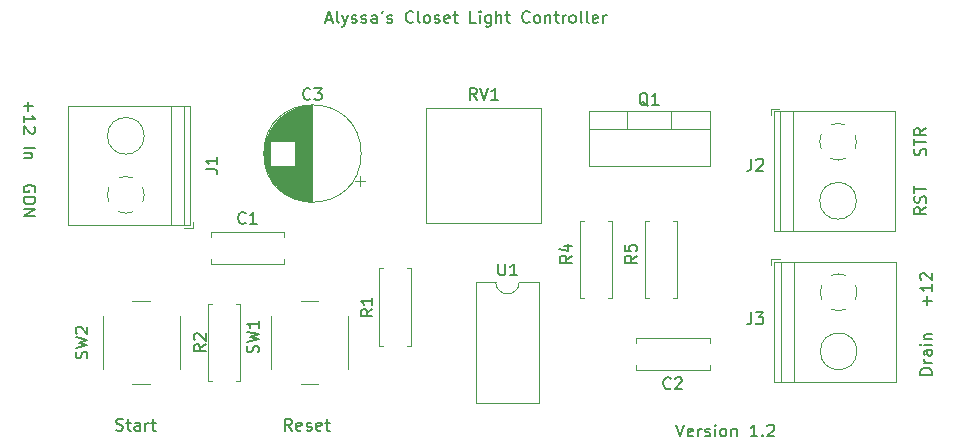
<source format=gbr>
%TF.GenerationSoftware,KiCad,Pcbnew,(6.0.8)*%
%TF.CreationDate,2022-12-14T21:59:04-06:00*%
%TF.ProjectId,Closet Light with timmer,436c6f73-6574-4204-9c69-676874207769,rev?*%
%TF.SameCoordinates,Original*%
%TF.FileFunction,Legend,Top*%
%TF.FilePolarity,Positive*%
%FSLAX46Y46*%
G04 Gerber Fmt 4.6, Leading zero omitted, Abs format (unit mm)*
G04 Created by KiCad (PCBNEW (6.0.8)) date 2022-12-14 21:59:04*
%MOMM*%
%LPD*%
G01*
G04 APERTURE LIST*
%ADD10C,0.150000*%
%ADD11C,0.120000*%
G04 APERTURE END LIST*
D10*
X32428571Y-31595238D02*
X32428571Y-32357142D01*
X32047619Y-31976190D02*
X32809523Y-31976190D01*
X32047619Y-33357142D02*
X32047619Y-32785714D01*
X32047619Y-33071428D02*
X33047619Y-33071428D01*
X32904761Y-32976190D01*
X32809523Y-32880952D01*
X32761904Y-32785714D01*
X32952380Y-33738095D02*
X33000000Y-33785714D01*
X33047619Y-33880952D01*
X33047619Y-34119047D01*
X33000000Y-34214285D01*
X32952380Y-34261904D01*
X32857142Y-34309523D01*
X32761904Y-34309523D01*
X32619047Y-34261904D01*
X32047619Y-33690476D01*
X32047619Y-34309523D01*
X32047619Y-35500000D02*
X33047619Y-35500000D01*
X32714285Y-35976190D02*
X32047619Y-35976190D01*
X32619047Y-35976190D02*
X32666666Y-36023809D01*
X32714285Y-36119047D01*
X32714285Y-36261904D01*
X32666666Y-36357142D01*
X32571428Y-36404761D01*
X32047619Y-36404761D01*
X57690476Y-24666666D02*
X58166666Y-24666666D01*
X57595238Y-24952380D02*
X57928571Y-23952380D01*
X58261904Y-24952380D01*
X58738095Y-24952380D02*
X58642857Y-24904761D01*
X58595238Y-24809523D01*
X58595238Y-23952380D01*
X59023809Y-24285714D02*
X59261904Y-24952380D01*
X59499999Y-24285714D02*
X59261904Y-24952380D01*
X59166666Y-25190476D01*
X59119047Y-25238095D01*
X59023809Y-25285714D01*
X59833333Y-24904761D02*
X59928571Y-24952380D01*
X60119047Y-24952380D01*
X60214285Y-24904761D01*
X60261904Y-24809523D01*
X60261904Y-24761904D01*
X60214285Y-24666666D01*
X60119047Y-24619047D01*
X59976190Y-24619047D01*
X59880952Y-24571428D01*
X59833333Y-24476190D01*
X59833333Y-24428571D01*
X59880952Y-24333333D01*
X59976190Y-24285714D01*
X60119047Y-24285714D01*
X60214285Y-24333333D01*
X60642857Y-24904761D02*
X60738095Y-24952380D01*
X60928571Y-24952380D01*
X61023809Y-24904761D01*
X61071428Y-24809523D01*
X61071428Y-24761904D01*
X61023809Y-24666666D01*
X60928571Y-24619047D01*
X60785714Y-24619047D01*
X60690476Y-24571428D01*
X60642857Y-24476190D01*
X60642857Y-24428571D01*
X60690476Y-24333333D01*
X60785714Y-24285714D01*
X60928571Y-24285714D01*
X61023809Y-24333333D01*
X61928571Y-24952380D02*
X61928571Y-24428571D01*
X61880952Y-24333333D01*
X61785714Y-24285714D01*
X61595238Y-24285714D01*
X61499999Y-24333333D01*
X61928571Y-24904761D02*
X61833333Y-24952380D01*
X61595238Y-24952380D01*
X61499999Y-24904761D01*
X61452380Y-24809523D01*
X61452380Y-24714285D01*
X61499999Y-24619047D01*
X61595238Y-24571428D01*
X61833333Y-24571428D01*
X61928571Y-24523809D01*
X62452380Y-23952380D02*
X62357142Y-24142857D01*
X62833333Y-24904761D02*
X62928571Y-24952380D01*
X63119047Y-24952380D01*
X63214285Y-24904761D01*
X63261904Y-24809523D01*
X63261904Y-24761904D01*
X63214285Y-24666666D01*
X63119047Y-24619047D01*
X62976190Y-24619047D01*
X62880952Y-24571428D01*
X62833333Y-24476190D01*
X62833333Y-24428571D01*
X62880952Y-24333333D01*
X62976190Y-24285714D01*
X63119047Y-24285714D01*
X63214285Y-24333333D01*
X65023809Y-24857142D02*
X64976190Y-24904761D01*
X64833333Y-24952380D01*
X64738095Y-24952380D01*
X64595238Y-24904761D01*
X64499999Y-24809523D01*
X64452380Y-24714285D01*
X64404761Y-24523809D01*
X64404761Y-24380952D01*
X64452380Y-24190476D01*
X64499999Y-24095238D01*
X64595238Y-24000000D01*
X64738095Y-23952380D01*
X64833333Y-23952380D01*
X64976190Y-24000000D01*
X65023809Y-24047619D01*
X65595238Y-24952380D02*
X65499999Y-24904761D01*
X65452380Y-24809523D01*
X65452380Y-23952380D01*
X66119047Y-24952380D02*
X66023809Y-24904761D01*
X65976190Y-24857142D01*
X65928571Y-24761904D01*
X65928571Y-24476190D01*
X65976190Y-24380952D01*
X66023809Y-24333333D01*
X66119047Y-24285714D01*
X66261904Y-24285714D01*
X66357142Y-24333333D01*
X66404761Y-24380952D01*
X66452380Y-24476190D01*
X66452380Y-24761904D01*
X66404761Y-24857142D01*
X66357142Y-24904761D01*
X66261904Y-24952380D01*
X66119047Y-24952380D01*
X66833333Y-24904761D02*
X66928571Y-24952380D01*
X67119047Y-24952380D01*
X67214285Y-24904761D01*
X67261904Y-24809523D01*
X67261904Y-24761904D01*
X67214285Y-24666666D01*
X67119047Y-24619047D01*
X66976190Y-24619047D01*
X66880952Y-24571428D01*
X66833333Y-24476190D01*
X66833333Y-24428571D01*
X66880952Y-24333333D01*
X66976190Y-24285714D01*
X67119047Y-24285714D01*
X67214285Y-24333333D01*
X68071428Y-24904761D02*
X67976190Y-24952380D01*
X67785714Y-24952380D01*
X67690476Y-24904761D01*
X67642857Y-24809523D01*
X67642857Y-24428571D01*
X67690476Y-24333333D01*
X67785714Y-24285714D01*
X67976190Y-24285714D01*
X68071428Y-24333333D01*
X68119047Y-24428571D01*
X68119047Y-24523809D01*
X67642857Y-24619047D01*
X68404761Y-24285714D02*
X68785714Y-24285714D01*
X68547619Y-23952380D02*
X68547619Y-24809523D01*
X68595238Y-24904761D01*
X68690476Y-24952380D01*
X68785714Y-24952380D01*
X70357142Y-24952380D02*
X69880952Y-24952380D01*
X69880952Y-23952380D01*
X70690476Y-24952380D02*
X70690476Y-24285714D01*
X70690476Y-23952380D02*
X70642857Y-24000000D01*
X70690476Y-24047619D01*
X70738095Y-24000000D01*
X70690476Y-23952380D01*
X70690476Y-24047619D01*
X71595238Y-24285714D02*
X71595238Y-25095238D01*
X71547619Y-25190476D01*
X71499999Y-25238095D01*
X71404761Y-25285714D01*
X71261904Y-25285714D01*
X71166666Y-25238095D01*
X71595238Y-24904761D02*
X71499999Y-24952380D01*
X71309523Y-24952380D01*
X71214285Y-24904761D01*
X71166666Y-24857142D01*
X71119047Y-24761904D01*
X71119047Y-24476190D01*
X71166666Y-24380952D01*
X71214285Y-24333333D01*
X71309523Y-24285714D01*
X71499999Y-24285714D01*
X71595238Y-24333333D01*
X72071428Y-24952380D02*
X72071428Y-23952380D01*
X72499999Y-24952380D02*
X72499999Y-24428571D01*
X72452380Y-24333333D01*
X72357142Y-24285714D01*
X72214285Y-24285714D01*
X72119047Y-24333333D01*
X72071428Y-24380952D01*
X72833333Y-24285714D02*
X73214285Y-24285714D01*
X72976190Y-23952380D02*
X72976190Y-24809523D01*
X73023809Y-24904761D01*
X73119047Y-24952380D01*
X73214285Y-24952380D01*
X74880952Y-24857142D02*
X74833333Y-24904761D01*
X74690476Y-24952380D01*
X74595238Y-24952380D01*
X74452380Y-24904761D01*
X74357142Y-24809523D01*
X74309523Y-24714285D01*
X74261904Y-24523809D01*
X74261904Y-24380952D01*
X74309523Y-24190476D01*
X74357142Y-24095238D01*
X74452380Y-24000000D01*
X74595238Y-23952380D01*
X74690476Y-23952380D01*
X74833333Y-24000000D01*
X74880952Y-24047619D01*
X75452380Y-24952380D02*
X75357142Y-24904761D01*
X75309523Y-24857142D01*
X75261904Y-24761904D01*
X75261904Y-24476190D01*
X75309523Y-24380952D01*
X75357142Y-24333333D01*
X75452380Y-24285714D01*
X75595238Y-24285714D01*
X75690476Y-24333333D01*
X75738095Y-24380952D01*
X75785714Y-24476190D01*
X75785714Y-24761904D01*
X75738095Y-24857142D01*
X75690476Y-24904761D01*
X75595238Y-24952380D01*
X75452380Y-24952380D01*
X76214285Y-24285714D02*
X76214285Y-24952380D01*
X76214285Y-24380952D02*
X76261904Y-24333333D01*
X76357142Y-24285714D01*
X76499999Y-24285714D01*
X76595238Y-24333333D01*
X76642857Y-24428571D01*
X76642857Y-24952380D01*
X76976190Y-24285714D02*
X77357142Y-24285714D01*
X77119047Y-23952380D02*
X77119047Y-24809523D01*
X77166666Y-24904761D01*
X77261904Y-24952380D01*
X77357142Y-24952380D01*
X77690476Y-24952380D02*
X77690476Y-24285714D01*
X77690476Y-24476190D02*
X77738095Y-24380952D01*
X77785714Y-24333333D01*
X77880952Y-24285714D01*
X77976190Y-24285714D01*
X78452380Y-24952380D02*
X78357142Y-24904761D01*
X78309523Y-24857142D01*
X78261904Y-24761904D01*
X78261904Y-24476190D01*
X78309523Y-24380952D01*
X78357142Y-24333333D01*
X78452380Y-24285714D01*
X78595238Y-24285714D01*
X78690476Y-24333333D01*
X78738095Y-24380952D01*
X78785714Y-24476190D01*
X78785714Y-24761904D01*
X78738095Y-24857142D01*
X78690476Y-24904761D01*
X78595238Y-24952380D01*
X78452380Y-24952380D01*
X79357142Y-24952380D02*
X79261904Y-24904761D01*
X79214285Y-24809523D01*
X79214285Y-23952380D01*
X79880952Y-24952380D02*
X79785714Y-24904761D01*
X79738095Y-24809523D01*
X79738095Y-23952380D01*
X80642857Y-24904761D02*
X80547619Y-24952380D01*
X80357142Y-24952380D01*
X80261904Y-24904761D01*
X80214285Y-24809523D01*
X80214285Y-24428571D01*
X80261904Y-24333333D01*
X80357142Y-24285714D01*
X80547619Y-24285714D01*
X80642857Y-24333333D01*
X80690476Y-24428571D01*
X80690476Y-24523809D01*
X80214285Y-24619047D01*
X81119047Y-24952380D02*
X81119047Y-24285714D01*
X81119047Y-24476190D02*
X81166666Y-24380952D01*
X81214285Y-24333333D01*
X81309523Y-24285714D01*
X81404761Y-24285714D01*
X87309523Y-58952380D02*
X87642857Y-59952380D01*
X87976190Y-58952380D01*
X88690476Y-59904761D02*
X88595238Y-59952380D01*
X88404761Y-59952380D01*
X88309523Y-59904761D01*
X88261904Y-59809523D01*
X88261904Y-59428571D01*
X88309523Y-59333333D01*
X88404761Y-59285714D01*
X88595238Y-59285714D01*
X88690476Y-59333333D01*
X88738095Y-59428571D01*
X88738095Y-59523809D01*
X88261904Y-59619047D01*
X89166666Y-59952380D02*
X89166666Y-59285714D01*
X89166666Y-59476190D02*
X89214285Y-59380952D01*
X89261904Y-59333333D01*
X89357142Y-59285714D01*
X89452380Y-59285714D01*
X89738095Y-59904761D02*
X89833333Y-59952380D01*
X90023809Y-59952380D01*
X90119047Y-59904761D01*
X90166666Y-59809523D01*
X90166666Y-59761904D01*
X90119047Y-59666666D01*
X90023809Y-59619047D01*
X89880952Y-59619047D01*
X89785714Y-59571428D01*
X89738095Y-59476190D01*
X89738095Y-59428571D01*
X89785714Y-59333333D01*
X89880952Y-59285714D01*
X90023809Y-59285714D01*
X90119047Y-59333333D01*
X90595238Y-59952380D02*
X90595238Y-59285714D01*
X90595238Y-58952380D02*
X90547619Y-59000000D01*
X90595238Y-59047619D01*
X90642857Y-59000000D01*
X90595238Y-58952380D01*
X90595238Y-59047619D01*
X91214285Y-59952380D02*
X91119047Y-59904761D01*
X91071428Y-59857142D01*
X91023809Y-59761904D01*
X91023809Y-59476190D01*
X91071428Y-59380952D01*
X91119047Y-59333333D01*
X91214285Y-59285714D01*
X91357142Y-59285714D01*
X91452380Y-59333333D01*
X91500000Y-59380952D01*
X91547619Y-59476190D01*
X91547619Y-59761904D01*
X91500000Y-59857142D01*
X91452380Y-59904761D01*
X91357142Y-59952380D01*
X91214285Y-59952380D01*
X91976190Y-59285714D02*
X91976190Y-59952380D01*
X91976190Y-59380952D02*
X92023809Y-59333333D01*
X92119047Y-59285714D01*
X92261904Y-59285714D01*
X92357142Y-59333333D01*
X92404761Y-59428571D01*
X92404761Y-59952380D01*
X94166666Y-59952380D02*
X93595238Y-59952380D01*
X93880952Y-59952380D02*
X93880952Y-58952380D01*
X93785714Y-59095238D01*
X93690476Y-59190476D01*
X93595238Y-59238095D01*
X94595238Y-59857142D02*
X94642857Y-59904761D01*
X94595238Y-59952380D01*
X94547619Y-59904761D01*
X94595238Y-59857142D01*
X94595238Y-59952380D01*
X95023809Y-59047619D02*
X95071428Y-59000000D01*
X95166666Y-58952380D01*
X95404761Y-58952380D01*
X95500000Y-59000000D01*
X95547619Y-59047619D01*
X95595238Y-59142857D01*
X95595238Y-59238095D01*
X95547619Y-59380952D01*
X94976190Y-59952380D01*
X95595238Y-59952380D01*
X108571428Y-48833333D02*
X108571428Y-48071428D01*
X108952380Y-48452380D02*
X108190476Y-48452380D01*
X108952380Y-47071428D02*
X108952380Y-47642857D01*
X108952380Y-47357142D02*
X107952380Y-47357142D01*
X108095238Y-47452380D01*
X108190476Y-47547619D01*
X108238095Y-47642857D01*
X108047619Y-46690476D02*
X108000000Y-46642857D01*
X107952380Y-46547619D01*
X107952380Y-46309523D01*
X108000000Y-46214285D01*
X108047619Y-46166666D01*
X108142857Y-46119047D01*
X108238095Y-46119047D01*
X108380952Y-46166666D01*
X108952380Y-46738095D01*
X108952380Y-46119047D01*
X33000000Y-39238095D02*
X33047619Y-39142857D01*
X33047619Y-39000000D01*
X33000000Y-38857142D01*
X32904761Y-38761904D01*
X32809523Y-38714285D01*
X32619047Y-38666666D01*
X32476190Y-38666666D01*
X32285714Y-38714285D01*
X32190476Y-38761904D01*
X32095238Y-38857142D01*
X32047619Y-39000000D01*
X32047619Y-39095238D01*
X32095238Y-39238095D01*
X32142857Y-39285714D01*
X32476190Y-39285714D01*
X32476190Y-39095238D01*
X32047619Y-39714285D02*
X33047619Y-39714285D01*
X33047619Y-39952380D01*
X33000000Y-40095238D01*
X32904761Y-40190476D01*
X32809523Y-40238095D01*
X32619047Y-40285714D01*
X32476190Y-40285714D01*
X32285714Y-40238095D01*
X32190476Y-40190476D01*
X32095238Y-40095238D01*
X32047619Y-39952380D01*
X32047619Y-39714285D01*
X32047619Y-40714285D02*
X33047619Y-40714285D01*
X32047619Y-41285714D01*
X33047619Y-41285714D01*
X108452380Y-40547619D02*
X107976190Y-40880952D01*
X108452380Y-41119047D02*
X107452380Y-41119047D01*
X107452380Y-40738095D01*
X107500000Y-40642857D01*
X107547619Y-40595238D01*
X107642857Y-40547619D01*
X107785714Y-40547619D01*
X107880952Y-40595238D01*
X107928571Y-40642857D01*
X107976190Y-40738095D01*
X107976190Y-41119047D01*
X108404761Y-40166666D02*
X108452380Y-40023809D01*
X108452380Y-39785714D01*
X108404761Y-39690476D01*
X108357142Y-39642857D01*
X108261904Y-39595238D01*
X108166666Y-39595238D01*
X108071428Y-39642857D01*
X108023809Y-39690476D01*
X107976190Y-39785714D01*
X107928571Y-39976190D01*
X107880952Y-40071428D01*
X107833333Y-40119047D01*
X107738095Y-40166666D01*
X107642857Y-40166666D01*
X107547619Y-40119047D01*
X107500000Y-40071428D01*
X107452380Y-39976190D01*
X107452380Y-39738095D01*
X107500000Y-39595238D01*
X107452380Y-39309523D02*
X107452380Y-38738095D01*
X108452380Y-39023809D02*
X107452380Y-39023809D01*
X39880952Y-59404761D02*
X40023809Y-59452380D01*
X40261904Y-59452380D01*
X40357142Y-59404761D01*
X40404761Y-59357142D01*
X40452380Y-59261904D01*
X40452380Y-59166666D01*
X40404761Y-59071428D01*
X40357142Y-59023809D01*
X40261904Y-58976190D01*
X40071428Y-58928571D01*
X39976190Y-58880952D01*
X39928571Y-58833333D01*
X39880952Y-58738095D01*
X39880952Y-58642857D01*
X39928571Y-58547619D01*
X39976190Y-58500000D01*
X40071428Y-58452380D01*
X40309523Y-58452380D01*
X40452380Y-58500000D01*
X40738095Y-58785714D02*
X41119047Y-58785714D01*
X40880952Y-58452380D02*
X40880952Y-59309523D01*
X40928571Y-59404761D01*
X41023809Y-59452380D01*
X41119047Y-59452380D01*
X41880952Y-59452380D02*
X41880952Y-58928571D01*
X41833333Y-58833333D01*
X41738095Y-58785714D01*
X41547619Y-58785714D01*
X41452380Y-58833333D01*
X41880952Y-59404761D02*
X41785714Y-59452380D01*
X41547619Y-59452380D01*
X41452380Y-59404761D01*
X41404761Y-59309523D01*
X41404761Y-59214285D01*
X41452380Y-59119047D01*
X41547619Y-59071428D01*
X41785714Y-59071428D01*
X41880952Y-59023809D01*
X42357142Y-59452380D02*
X42357142Y-58785714D01*
X42357142Y-58976190D02*
X42404761Y-58880952D01*
X42452380Y-58833333D01*
X42547619Y-58785714D01*
X42642857Y-58785714D01*
X42833333Y-58785714D02*
X43214285Y-58785714D01*
X42976190Y-58452380D02*
X42976190Y-59309523D01*
X43023809Y-59404761D01*
X43119047Y-59452380D01*
X43214285Y-59452380D01*
X108404761Y-36166666D02*
X108452380Y-36023809D01*
X108452380Y-35785714D01*
X108404761Y-35690476D01*
X108357142Y-35642857D01*
X108261904Y-35595238D01*
X108166666Y-35595238D01*
X108071428Y-35642857D01*
X108023809Y-35690476D01*
X107976190Y-35785714D01*
X107928571Y-35976190D01*
X107880952Y-36071428D01*
X107833333Y-36119047D01*
X107738095Y-36166666D01*
X107642857Y-36166666D01*
X107547619Y-36119047D01*
X107500000Y-36071428D01*
X107452380Y-35976190D01*
X107452380Y-35738095D01*
X107500000Y-35595238D01*
X107452380Y-35309523D02*
X107452380Y-34738095D01*
X108452380Y-35023809D02*
X107452380Y-35023809D01*
X108452380Y-33833333D02*
X107976190Y-34166666D01*
X108452380Y-34404761D02*
X107452380Y-34404761D01*
X107452380Y-34023809D01*
X107500000Y-33928571D01*
X107547619Y-33880952D01*
X107642857Y-33833333D01*
X107785714Y-33833333D01*
X107880952Y-33880952D01*
X107928571Y-33928571D01*
X107976190Y-34023809D01*
X107976190Y-34404761D01*
X108952380Y-54714285D02*
X107952380Y-54714285D01*
X107952380Y-54476190D01*
X108000000Y-54333333D01*
X108095238Y-54238095D01*
X108190476Y-54190476D01*
X108380952Y-54142857D01*
X108523809Y-54142857D01*
X108714285Y-54190476D01*
X108809523Y-54238095D01*
X108904761Y-54333333D01*
X108952380Y-54476190D01*
X108952380Y-54714285D01*
X108952380Y-53714285D02*
X108285714Y-53714285D01*
X108476190Y-53714285D02*
X108380952Y-53666666D01*
X108333333Y-53619047D01*
X108285714Y-53523809D01*
X108285714Y-53428571D01*
X108952380Y-52666666D02*
X108428571Y-52666666D01*
X108333333Y-52714285D01*
X108285714Y-52809523D01*
X108285714Y-53000000D01*
X108333333Y-53095238D01*
X108904761Y-52666666D02*
X108952380Y-52761904D01*
X108952380Y-53000000D01*
X108904761Y-53095238D01*
X108809523Y-53142857D01*
X108714285Y-53142857D01*
X108619047Y-53095238D01*
X108571428Y-53000000D01*
X108571428Y-52761904D01*
X108523809Y-52666666D01*
X108952380Y-52190476D02*
X108285714Y-52190476D01*
X107952380Y-52190476D02*
X108000000Y-52238095D01*
X108047619Y-52190476D01*
X108000000Y-52142857D01*
X107952380Y-52190476D01*
X108047619Y-52190476D01*
X108285714Y-51714285D02*
X108952380Y-51714285D01*
X108380952Y-51714285D02*
X108333333Y-51666666D01*
X108285714Y-51571428D01*
X108285714Y-51428571D01*
X108333333Y-51333333D01*
X108428571Y-51285714D01*
X108952380Y-51285714D01*
X54761904Y-59452380D02*
X54428571Y-58976190D01*
X54190476Y-59452380D02*
X54190476Y-58452380D01*
X54571428Y-58452380D01*
X54666666Y-58500000D01*
X54714285Y-58547619D01*
X54761904Y-58642857D01*
X54761904Y-58785714D01*
X54714285Y-58880952D01*
X54666666Y-58928571D01*
X54571428Y-58976190D01*
X54190476Y-58976190D01*
X55571428Y-59404761D02*
X55476190Y-59452380D01*
X55285714Y-59452380D01*
X55190476Y-59404761D01*
X55142857Y-59309523D01*
X55142857Y-58928571D01*
X55190476Y-58833333D01*
X55285714Y-58785714D01*
X55476190Y-58785714D01*
X55571428Y-58833333D01*
X55619047Y-58928571D01*
X55619047Y-59023809D01*
X55142857Y-59119047D01*
X56000000Y-59404761D02*
X56095238Y-59452380D01*
X56285714Y-59452380D01*
X56380952Y-59404761D01*
X56428571Y-59309523D01*
X56428571Y-59261904D01*
X56380952Y-59166666D01*
X56285714Y-59119047D01*
X56142857Y-59119047D01*
X56047619Y-59071428D01*
X56000000Y-58976190D01*
X56000000Y-58928571D01*
X56047619Y-58833333D01*
X56142857Y-58785714D01*
X56285714Y-58785714D01*
X56380952Y-58833333D01*
X57238095Y-59404761D02*
X57142857Y-59452380D01*
X56952380Y-59452380D01*
X56857142Y-59404761D01*
X56809523Y-59309523D01*
X56809523Y-58928571D01*
X56857142Y-58833333D01*
X56952380Y-58785714D01*
X57142857Y-58785714D01*
X57238095Y-58833333D01*
X57285714Y-58928571D01*
X57285714Y-59023809D01*
X56809523Y-59119047D01*
X57571428Y-58785714D02*
X57952380Y-58785714D01*
X57714285Y-58452380D02*
X57714285Y-59309523D01*
X57761904Y-59404761D01*
X57857142Y-59452380D01*
X57952380Y-59452380D01*
%TO.C,SW2*%
X37404761Y-53333333D02*
X37452380Y-53190476D01*
X37452380Y-52952380D01*
X37404761Y-52857142D01*
X37357142Y-52809523D01*
X37261904Y-52761904D01*
X37166666Y-52761904D01*
X37071428Y-52809523D01*
X37023809Y-52857142D01*
X36976190Y-52952380D01*
X36928571Y-53142857D01*
X36880952Y-53238095D01*
X36833333Y-53285714D01*
X36738095Y-53333333D01*
X36642857Y-53333333D01*
X36547619Y-53285714D01*
X36500000Y-53238095D01*
X36452380Y-53142857D01*
X36452380Y-52904761D01*
X36500000Y-52761904D01*
X36452380Y-52428571D02*
X37452380Y-52190476D01*
X36738095Y-52000000D01*
X37452380Y-51809523D01*
X36452380Y-51571428D01*
X36547619Y-51238095D02*
X36500000Y-51190476D01*
X36452380Y-51095238D01*
X36452380Y-50857142D01*
X36500000Y-50761904D01*
X36547619Y-50714285D01*
X36642857Y-50666666D01*
X36738095Y-50666666D01*
X36880952Y-50714285D01*
X37452380Y-51285714D01*
X37452380Y-50666666D01*
%TO.C,J1*%
X47452380Y-37333333D02*
X48166666Y-37333333D01*
X48309523Y-37380952D01*
X48404761Y-37476190D01*
X48452380Y-37619047D01*
X48452380Y-37714285D01*
X48452380Y-36333333D02*
X48452380Y-36904761D01*
X48452380Y-36619047D02*
X47452380Y-36619047D01*
X47595238Y-36714285D01*
X47690476Y-36809523D01*
X47738095Y-36904761D01*
%TO.C,Q1*%
X84904761Y-31972619D02*
X84809523Y-31925000D01*
X84714285Y-31829761D01*
X84571428Y-31686904D01*
X84476190Y-31639285D01*
X84380952Y-31639285D01*
X84428571Y-31877380D02*
X84333333Y-31829761D01*
X84238095Y-31734523D01*
X84190476Y-31544047D01*
X84190476Y-31210714D01*
X84238095Y-31020238D01*
X84333333Y-30925000D01*
X84428571Y-30877380D01*
X84619047Y-30877380D01*
X84714285Y-30925000D01*
X84809523Y-31020238D01*
X84857142Y-31210714D01*
X84857142Y-31544047D01*
X84809523Y-31734523D01*
X84714285Y-31829761D01*
X84619047Y-31877380D01*
X84428571Y-31877380D01*
X85809523Y-31877380D02*
X85238095Y-31877380D01*
X85523809Y-31877380D02*
X85523809Y-30877380D01*
X85428571Y-31020238D01*
X85333333Y-31115476D01*
X85238095Y-31163095D01*
%TO.C,U1*%
X72248095Y-45322380D02*
X72248095Y-46131904D01*
X72295714Y-46227142D01*
X72343333Y-46274761D01*
X72438571Y-46322380D01*
X72629047Y-46322380D01*
X72724285Y-46274761D01*
X72771904Y-46227142D01*
X72819523Y-46131904D01*
X72819523Y-45322380D01*
X73819523Y-46322380D02*
X73248095Y-46322380D01*
X73533809Y-46322380D02*
X73533809Y-45322380D01*
X73438571Y-45465238D01*
X73343333Y-45560476D01*
X73248095Y-45608095D01*
%TO.C,R5*%
X83952380Y-44666666D02*
X83476190Y-45000000D01*
X83952380Y-45238095D02*
X82952380Y-45238095D01*
X82952380Y-44857142D01*
X83000000Y-44761904D01*
X83047619Y-44714285D01*
X83142857Y-44666666D01*
X83285714Y-44666666D01*
X83380952Y-44714285D01*
X83428571Y-44761904D01*
X83476190Y-44857142D01*
X83476190Y-45238095D01*
X82952380Y-43761904D02*
X82952380Y-44238095D01*
X83428571Y-44285714D01*
X83380952Y-44238095D01*
X83333333Y-44142857D01*
X83333333Y-43904761D01*
X83380952Y-43809523D01*
X83428571Y-43761904D01*
X83523809Y-43714285D01*
X83761904Y-43714285D01*
X83857142Y-43761904D01*
X83904761Y-43809523D01*
X83952380Y-43904761D01*
X83952380Y-44142857D01*
X83904761Y-44238095D01*
X83857142Y-44285714D01*
%TO.C,C2*%
X86833333Y-55857142D02*
X86785714Y-55904761D01*
X86642857Y-55952380D01*
X86547619Y-55952380D01*
X86404761Y-55904761D01*
X86309523Y-55809523D01*
X86261904Y-55714285D01*
X86214285Y-55523809D01*
X86214285Y-55380952D01*
X86261904Y-55190476D01*
X86309523Y-55095238D01*
X86404761Y-55000000D01*
X86547619Y-54952380D01*
X86642857Y-54952380D01*
X86785714Y-55000000D01*
X86833333Y-55047619D01*
X87214285Y-55047619D02*
X87261904Y-55000000D01*
X87357142Y-54952380D01*
X87595238Y-54952380D01*
X87690476Y-55000000D01*
X87738095Y-55047619D01*
X87785714Y-55142857D01*
X87785714Y-55238095D01*
X87738095Y-55380952D01*
X87166666Y-55952380D01*
X87785714Y-55952380D01*
%TO.C,J2*%
X93666666Y-36452380D02*
X93666666Y-37166666D01*
X93619047Y-37309523D01*
X93523809Y-37404761D01*
X93380952Y-37452380D01*
X93285714Y-37452380D01*
X94095238Y-36547619D02*
X94142857Y-36500000D01*
X94238095Y-36452380D01*
X94476190Y-36452380D01*
X94571428Y-36500000D01*
X94619047Y-36547619D01*
X94666666Y-36642857D01*
X94666666Y-36738095D01*
X94619047Y-36880952D01*
X94047619Y-37452380D01*
X94666666Y-37452380D01*
%TO.C,R2*%
X47452380Y-52166666D02*
X46976190Y-52500000D01*
X47452380Y-52738095D02*
X46452380Y-52738095D01*
X46452380Y-52357142D01*
X46500000Y-52261904D01*
X46547619Y-52214285D01*
X46642857Y-52166666D01*
X46785714Y-52166666D01*
X46880952Y-52214285D01*
X46928571Y-52261904D01*
X46976190Y-52357142D01*
X46976190Y-52738095D01*
X46547619Y-51785714D02*
X46500000Y-51738095D01*
X46452380Y-51642857D01*
X46452380Y-51404761D01*
X46500000Y-51309523D01*
X46547619Y-51261904D01*
X46642857Y-51214285D01*
X46738095Y-51214285D01*
X46880952Y-51261904D01*
X47452380Y-51833333D01*
X47452380Y-51214285D01*
%TO.C,C1*%
X50833333Y-41857142D02*
X50785714Y-41904761D01*
X50642857Y-41952380D01*
X50547619Y-41952380D01*
X50404761Y-41904761D01*
X50309523Y-41809523D01*
X50261904Y-41714285D01*
X50214285Y-41523809D01*
X50214285Y-41380952D01*
X50261904Y-41190476D01*
X50309523Y-41095238D01*
X50404761Y-41000000D01*
X50547619Y-40952380D01*
X50642857Y-40952380D01*
X50785714Y-41000000D01*
X50833333Y-41047619D01*
X51785714Y-41952380D02*
X51214285Y-41952380D01*
X51500000Y-41952380D02*
X51500000Y-40952380D01*
X51404761Y-41095238D01*
X51309523Y-41190476D01*
X51214285Y-41238095D01*
%TO.C,SW1*%
X51904761Y-52833333D02*
X51952380Y-52690476D01*
X51952380Y-52452380D01*
X51904761Y-52357142D01*
X51857142Y-52309523D01*
X51761904Y-52261904D01*
X51666666Y-52261904D01*
X51571428Y-52309523D01*
X51523809Y-52357142D01*
X51476190Y-52452380D01*
X51428571Y-52642857D01*
X51380952Y-52738095D01*
X51333333Y-52785714D01*
X51238095Y-52833333D01*
X51142857Y-52833333D01*
X51047619Y-52785714D01*
X51000000Y-52738095D01*
X50952380Y-52642857D01*
X50952380Y-52404761D01*
X51000000Y-52261904D01*
X50952380Y-51928571D02*
X51952380Y-51690476D01*
X51238095Y-51500000D01*
X51952380Y-51309523D01*
X50952380Y-51071428D01*
X51952380Y-50166666D02*
X51952380Y-50738095D01*
X51952380Y-50452380D02*
X50952380Y-50452380D01*
X51095238Y-50547619D01*
X51190476Y-50642857D01*
X51238095Y-50738095D01*
%TO.C,RV1*%
X70404761Y-31452380D02*
X70071428Y-30976190D01*
X69833333Y-31452380D02*
X69833333Y-30452380D01*
X70214285Y-30452380D01*
X70309523Y-30500000D01*
X70357142Y-30547619D01*
X70404761Y-30642857D01*
X70404761Y-30785714D01*
X70357142Y-30880952D01*
X70309523Y-30928571D01*
X70214285Y-30976190D01*
X69833333Y-30976190D01*
X70690476Y-30452380D02*
X71023809Y-31452380D01*
X71357142Y-30452380D01*
X72214285Y-31452380D02*
X71642857Y-31452380D01*
X71928571Y-31452380D02*
X71928571Y-30452380D01*
X71833333Y-30595238D01*
X71738095Y-30690476D01*
X71642857Y-30738095D01*
%TO.C,R4*%
X78452380Y-44666666D02*
X77976190Y-45000000D01*
X78452380Y-45238095D02*
X77452380Y-45238095D01*
X77452380Y-44857142D01*
X77500000Y-44761904D01*
X77547619Y-44714285D01*
X77642857Y-44666666D01*
X77785714Y-44666666D01*
X77880952Y-44714285D01*
X77928571Y-44761904D01*
X77976190Y-44857142D01*
X77976190Y-45238095D01*
X77785714Y-43809523D02*
X78452380Y-43809523D01*
X77404761Y-44047619D02*
X78119047Y-44285714D01*
X78119047Y-43666666D01*
%TO.C,C3*%
X56333333Y-31357142D02*
X56285714Y-31404761D01*
X56142857Y-31452380D01*
X56047619Y-31452380D01*
X55904761Y-31404761D01*
X55809523Y-31309523D01*
X55761904Y-31214285D01*
X55714285Y-31023809D01*
X55714285Y-30880952D01*
X55761904Y-30690476D01*
X55809523Y-30595238D01*
X55904761Y-30500000D01*
X56047619Y-30452380D01*
X56142857Y-30452380D01*
X56285714Y-30500000D01*
X56333333Y-30547619D01*
X56666666Y-30452380D02*
X57285714Y-30452380D01*
X56952380Y-30833333D01*
X57095238Y-30833333D01*
X57190476Y-30880952D01*
X57238095Y-30928571D01*
X57285714Y-31023809D01*
X57285714Y-31261904D01*
X57238095Y-31357142D01*
X57190476Y-31404761D01*
X57095238Y-31452380D01*
X56809523Y-31452380D01*
X56714285Y-31404761D01*
X56666666Y-31357142D01*
%TO.C,J3*%
X93666666Y-49452380D02*
X93666666Y-50166666D01*
X93619047Y-50309523D01*
X93523809Y-50404761D01*
X93380952Y-50452380D01*
X93285714Y-50452380D01*
X94047619Y-49452380D02*
X94666666Y-49452380D01*
X94333333Y-49833333D01*
X94476190Y-49833333D01*
X94571428Y-49880952D01*
X94619047Y-49928571D01*
X94666666Y-50023809D01*
X94666666Y-50261904D01*
X94619047Y-50357142D01*
X94571428Y-50404761D01*
X94476190Y-50452380D01*
X94190476Y-50452380D01*
X94095238Y-50404761D01*
X94047619Y-50357142D01*
%TO.C,R1*%
X61582380Y-49166666D02*
X61106190Y-49500000D01*
X61582380Y-49738095D02*
X60582380Y-49738095D01*
X60582380Y-49357142D01*
X60630000Y-49261904D01*
X60677619Y-49214285D01*
X60772857Y-49166666D01*
X60915714Y-49166666D01*
X61010952Y-49214285D01*
X61058571Y-49261904D01*
X61106190Y-49357142D01*
X61106190Y-49738095D01*
X61582380Y-48214285D02*
X61582380Y-48785714D01*
X61582380Y-48500000D02*
X60582380Y-48500000D01*
X60725238Y-48595238D01*
X60820476Y-48690476D01*
X60868095Y-48785714D01*
D11*
%TO.C,SW2*%
X41250000Y-55500000D02*
X42750000Y-55500000D01*
X42750000Y-48500000D02*
X41250000Y-48500000D01*
X38750000Y-49750000D02*
X38750000Y-54250000D01*
X45250000Y-54250000D02*
X45250000Y-49750000D01*
%TO.C,J1*%
X35840000Y-31940000D02*
X46160000Y-31940000D01*
X45600000Y-42060000D02*
X45600000Y-31940000D01*
X35840000Y-42060000D02*
X46160000Y-42060000D01*
X35840000Y-42060000D02*
X35840000Y-31940000D01*
X45660000Y-42300000D02*
X46400000Y-42300000D01*
X46400000Y-42300000D02*
X46400000Y-41800000D01*
X46160000Y-42060000D02*
X46160000Y-31940000D01*
X44500000Y-42060000D02*
X44500000Y-31940000D01*
X40092000Y-40932000D02*
G75*
G03*
X41307742Y-40932109I608000J1432000D01*
G01*
X39268000Y-38892000D02*
G75*
G03*
X39267891Y-40107742I1432000J-608000D01*
G01*
X42132000Y-40108000D02*
G75*
G03*
X42255493Y-39472989I-1431988J607998D01*
G01*
X42255000Y-39500000D02*
G75*
G03*
X42131385Y-38892413I-1555000J0D01*
G01*
X41308000Y-38068000D02*
G75*
G03*
X40092258Y-38067891I-607999J-1432003D01*
G01*
X42255000Y-34500000D02*
G75*
G03*
X42255000Y-34500000I-1555000J0D01*
G01*
%TO.C,Q1*%
X79880000Y-37066000D02*
X90120000Y-37066000D01*
X83150000Y-32425000D02*
X83150000Y-33935000D01*
X79880000Y-32425000D02*
X90120000Y-32425000D01*
X79880000Y-33935000D02*
X90120000Y-33935000D01*
X79880000Y-32425000D02*
X79880000Y-37066000D01*
X90120000Y-32425000D02*
X90120000Y-37066000D01*
X86851000Y-32425000D02*
X86851000Y-33935000D01*
%TO.C,U1*%
X70360000Y-46870000D02*
X70360000Y-57150000D01*
X75660000Y-57150000D02*
X75660000Y-46870000D01*
X75660000Y-46870000D02*
X74010000Y-46870000D01*
X72010000Y-46870000D02*
X70360000Y-46870000D01*
X70360000Y-57150000D02*
X75660000Y-57150000D01*
X72010000Y-46870000D02*
G75*
G03*
X74010000Y-46870000I1000000J0D01*
G01*
%TO.C,R5*%
X87040000Y-48270000D02*
X87370000Y-48270000D01*
X84630000Y-41730000D02*
X84960000Y-41730000D01*
X87370000Y-48270000D02*
X87370000Y-41730000D01*
X84630000Y-48270000D02*
X84630000Y-41730000D01*
X84960000Y-48270000D02*
X84630000Y-48270000D01*
X87370000Y-41730000D02*
X87040000Y-41730000D01*
%TO.C,C2*%
X90120000Y-54370000D02*
X90120000Y-53925000D01*
X90120000Y-51630000D02*
X83880000Y-51630000D01*
X90120000Y-54370000D02*
X83880000Y-54370000D01*
X83880000Y-52075000D02*
X83880000Y-51630000D01*
X90120000Y-52075000D02*
X90120000Y-51630000D01*
X83880000Y-54370000D02*
X83880000Y-53925000D01*
%TO.C,J2*%
X105860000Y-32440000D02*
X95540000Y-32440000D01*
X97200000Y-32440000D02*
X97200000Y-42560000D01*
X95300000Y-32200000D02*
X95300000Y-32700000D01*
X105860000Y-42560000D02*
X95540000Y-42560000D01*
X96040000Y-32200000D02*
X95300000Y-32200000D01*
X95540000Y-32440000D02*
X95540000Y-42560000D01*
X96100000Y-32440000D02*
X96100000Y-42560000D01*
X105860000Y-32440000D02*
X105860000Y-42560000D01*
X99568000Y-34392000D02*
G75*
G03*
X99444507Y-35027011I1431988J-607998D01*
G01*
X100392000Y-36432000D02*
G75*
G03*
X101607742Y-36432109I607999J1432003D01*
G01*
X99445000Y-35000000D02*
G75*
G03*
X99568615Y-35607587I1555000J0D01*
G01*
X101608000Y-33568000D02*
G75*
G03*
X100392258Y-33567891I-608000J-1432000D01*
G01*
X102432000Y-35608000D02*
G75*
G03*
X102432109Y-34392258I-1432000J608000D01*
G01*
X102555000Y-40000000D02*
G75*
G03*
X102555000Y-40000000I-1555000J0D01*
G01*
%TO.C,R2*%
X50040000Y-48730000D02*
X50370000Y-48730000D01*
X50370000Y-55270000D02*
X50040000Y-55270000D01*
X47960000Y-48730000D02*
X47630000Y-48730000D01*
X50370000Y-48730000D02*
X50370000Y-55270000D01*
X47630000Y-48730000D02*
X47630000Y-55270000D01*
X47630000Y-55270000D02*
X47960000Y-55270000D01*
%TO.C,C1*%
X47880000Y-42630000D02*
X47880000Y-43075000D01*
X47880000Y-44925000D02*
X47880000Y-45370000D01*
X54120000Y-42630000D02*
X54120000Y-43075000D01*
X47880000Y-42630000D02*
X54120000Y-42630000D01*
X54120000Y-44925000D02*
X54120000Y-45370000D01*
X47880000Y-45370000D02*
X54120000Y-45370000D01*
%TO.C,SW1*%
X59500000Y-54250000D02*
X59500000Y-49750000D01*
X53000000Y-49750000D02*
X53000000Y-54250000D01*
X55500000Y-55500000D02*
X57000000Y-55500000D01*
X57000000Y-48500000D02*
X55500000Y-48500000D01*
%TO.C,RV1*%
X75885000Y-32115000D02*
X66115000Y-32115000D01*
X66115000Y-32115000D02*
X66115000Y-41885000D01*
X75885000Y-41885000D02*
X66115000Y-41885000D01*
X75885000Y-32115000D02*
X75885000Y-41885000D01*
%TO.C,R4*%
X79460000Y-41730000D02*
X79130000Y-41730000D01*
X81540000Y-41730000D02*
X81870000Y-41730000D01*
X81870000Y-41730000D02*
X81870000Y-48270000D01*
X79130000Y-41730000D02*
X79130000Y-48270000D01*
X81870000Y-48270000D02*
X81540000Y-48270000D01*
X79130000Y-48270000D02*
X79460000Y-48270000D01*
%TO.C,C3*%
X53179000Y-34960000D02*
X53179000Y-33600000D01*
X53739000Y-34960000D02*
X53739000Y-32981000D01*
X53779000Y-34960000D02*
X53779000Y-32945000D01*
X54419000Y-39517000D02*
X54419000Y-37040000D01*
X56020000Y-40052000D02*
X56020000Y-31948000D01*
X55099000Y-39835000D02*
X55099000Y-32165000D01*
X53979000Y-34960000D02*
X53979000Y-32780000D01*
X53379000Y-34960000D02*
X53379000Y-33349000D01*
X53059000Y-34960000D02*
X53059000Y-33772000D01*
X56420000Y-40080000D02*
X56420000Y-31920000D01*
X54459000Y-39540000D02*
X54459000Y-37040000D01*
X55059000Y-39821000D02*
X55059000Y-32179000D01*
X53659000Y-34960000D02*
X53659000Y-33055000D01*
X55779000Y-40017000D02*
X55779000Y-31983000D01*
X55619000Y-39985000D02*
X55619000Y-32015000D01*
X56220000Y-40071000D02*
X56220000Y-31929000D01*
X54099000Y-34960000D02*
X54099000Y-32691000D01*
X54899000Y-39757000D02*
X54899000Y-37040000D01*
X56140000Y-40065000D02*
X56140000Y-31935000D01*
X54499000Y-39562000D02*
X54499000Y-37040000D01*
X56340000Y-40077000D02*
X56340000Y-31923000D01*
X54179000Y-39365000D02*
X54179000Y-37040000D01*
X53819000Y-39090000D02*
X53819000Y-37040000D01*
X53659000Y-38945000D02*
X53659000Y-37040000D01*
X54659000Y-39647000D02*
X54659000Y-37040000D01*
X54899000Y-34960000D02*
X54899000Y-32243000D01*
X53339000Y-34960000D02*
X53339000Y-33396000D01*
X54059000Y-34960000D02*
X54059000Y-32720000D01*
X54939000Y-39774000D02*
X54939000Y-37040000D01*
X52419000Y-36533000D02*
X52419000Y-35467000D01*
X55019000Y-39805000D02*
X55019000Y-37040000D01*
X52499000Y-36948000D02*
X52499000Y-35052000D01*
X53419000Y-38697000D02*
X53419000Y-37040000D01*
X53939000Y-39189000D02*
X53939000Y-37040000D01*
X55419000Y-39936000D02*
X55419000Y-32064000D01*
X53859000Y-39124000D02*
X53859000Y-37040000D01*
X53459000Y-34960000D02*
X53459000Y-33259000D01*
X53499000Y-34960000D02*
X53499000Y-33216000D01*
X54219000Y-34960000D02*
X54219000Y-32608000D01*
X55579000Y-39976000D02*
X55579000Y-32024000D01*
X54939000Y-34960000D02*
X54939000Y-32226000D01*
X54379000Y-34960000D02*
X54379000Y-32507000D01*
X54859000Y-34960000D02*
X54859000Y-32260000D01*
X54539000Y-34960000D02*
X54539000Y-32416000D01*
X56380000Y-40079000D02*
X56380000Y-31921000D01*
X53579000Y-34960000D02*
X53579000Y-33133000D01*
X53099000Y-38287000D02*
X53099000Y-37040000D01*
X52659000Y-37453000D02*
X52659000Y-34547000D01*
X53899000Y-39156000D02*
X53899000Y-37040000D01*
X54419000Y-34960000D02*
X54419000Y-32483000D01*
X53899000Y-34960000D02*
X53899000Y-32844000D01*
X53219000Y-38454000D02*
X53219000Y-37040000D01*
X54099000Y-39309000D02*
X54099000Y-37040000D01*
X53699000Y-38983000D02*
X53699000Y-37040000D01*
X54659000Y-34960000D02*
X54659000Y-32353000D01*
X53499000Y-38784000D02*
X53499000Y-37040000D01*
X56460000Y-40080000D02*
X56460000Y-31920000D01*
X55019000Y-34960000D02*
X55019000Y-32195000D01*
X53779000Y-39055000D02*
X53779000Y-37040000D01*
X56300000Y-40076000D02*
X56300000Y-31924000D01*
X54779000Y-39704000D02*
X54779000Y-37040000D01*
X55860000Y-40030000D02*
X55860000Y-31970000D01*
X53619000Y-34960000D02*
X53619000Y-33093000D01*
X55219000Y-39877000D02*
X55219000Y-32123000D01*
X52779000Y-37731000D02*
X52779000Y-34269000D01*
X55139000Y-39850000D02*
X55139000Y-32150000D01*
X53139000Y-38345000D02*
X53139000Y-37040000D01*
X56180000Y-40068000D02*
X56180000Y-31932000D01*
X52619000Y-37346000D02*
X52619000Y-34654000D01*
X53259000Y-38505000D02*
X53259000Y-37040000D01*
X53819000Y-34960000D02*
X53819000Y-32910000D01*
X54579000Y-34960000D02*
X54579000Y-32394000D01*
X54619000Y-39627000D02*
X54619000Y-37040000D01*
X54179000Y-34960000D02*
X54179000Y-32635000D01*
X53299000Y-38556000D02*
X53299000Y-37040000D01*
X52819000Y-37813000D02*
X52819000Y-34187000D01*
X55179000Y-39863000D02*
X55179000Y-32137000D01*
X52979000Y-38102000D02*
X52979000Y-37040000D01*
X55499000Y-39957000D02*
X55499000Y-32043000D01*
X53019000Y-34960000D02*
X53019000Y-33834000D01*
X55299000Y-39902000D02*
X55299000Y-32098000D01*
X54739000Y-39686000D02*
X54739000Y-37040000D01*
X54699000Y-34960000D02*
X54699000Y-32334000D01*
X55940000Y-40042000D02*
X55940000Y-31958000D01*
X54339000Y-39469000D02*
X54339000Y-37040000D01*
X53379000Y-38651000D02*
X53379000Y-37040000D01*
X54459000Y-34960000D02*
X54459000Y-32460000D01*
X54219000Y-39392000D02*
X54219000Y-37040000D01*
X52579000Y-37229000D02*
X52579000Y-34771000D01*
X55699000Y-40002000D02*
X55699000Y-31998000D01*
X53619000Y-38907000D02*
X53619000Y-37040000D01*
X54019000Y-39250000D02*
X54019000Y-37040000D01*
X54619000Y-34960000D02*
X54619000Y-32373000D01*
X54139000Y-34960000D02*
X54139000Y-32662000D01*
X53179000Y-38400000D02*
X53179000Y-37040000D01*
X54139000Y-39338000D02*
X54139000Y-37040000D01*
X53539000Y-34960000D02*
X53539000Y-33174000D01*
X53459000Y-38741000D02*
X53459000Y-37040000D01*
X55379000Y-39925000D02*
X55379000Y-32075000D01*
X54579000Y-39606000D02*
X54579000Y-37040000D01*
X55459000Y-39947000D02*
X55459000Y-32053000D01*
X54499000Y-34960000D02*
X54499000Y-32438000D01*
X55539000Y-39967000D02*
X55539000Y-32033000D01*
X55659000Y-39994000D02*
X55659000Y-32006000D01*
X53939000Y-34960000D02*
X53939000Y-32811000D01*
X54699000Y-39666000D02*
X54699000Y-37040000D01*
X54299000Y-39444000D02*
X54299000Y-37040000D01*
X53539000Y-38826000D02*
X53539000Y-37040000D01*
X54739000Y-34960000D02*
X54739000Y-32314000D01*
X54979000Y-39790000D02*
X54979000Y-37040000D01*
X53579000Y-38867000D02*
X53579000Y-37040000D01*
X54299000Y-34960000D02*
X54299000Y-32556000D01*
X52459000Y-36768000D02*
X52459000Y-35232000D01*
X53139000Y-34960000D02*
X53139000Y-33655000D01*
X53219000Y-34960000D02*
X53219000Y-33546000D01*
X54059000Y-39280000D02*
X54059000Y-37040000D01*
X52979000Y-34960000D02*
X52979000Y-33898000D01*
X54819000Y-34960000D02*
X54819000Y-32278000D01*
X53099000Y-34960000D02*
X53099000Y-33713000D01*
X55900000Y-40037000D02*
X55900000Y-31963000D01*
X53299000Y-34960000D02*
X53299000Y-33444000D01*
X52539000Y-37098000D02*
X52539000Y-34902000D01*
X54979000Y-34960000D02*
X54979000Y-32210000D01*
X52939000Y-38034000D02*
X52939000Y-33966000D01*
X60509698Y-38715000D02*
X60509698Y-37915000D01*
X55259000Y-39889000D02*
X55259000Y-32111000D01*
X56060000Y-40057000D02*
X56060000Y-31943000D01*
X56260000Y-40074000D02*
X56260000Y-31926000D01*
X55339000Y-39914000D02*
X55339000Y-32086000D01*
X53059000Y-38228000D02*
X53059000Y-37040000D01*
X53019000Y-38166000D02*
X53019000Y-37040000D01*
X54259000Y-34960000D02*
X54259000Y-32582000D01*
X54819000Y-39722000D02*
X54819000Y-37040000D01*
X55739000Y-40010000D02*
X55739000Y-31990000D01*
X54339000Y-34960000D02*
X54339000Y-32531000D01*
X53259000Y-34960000D02*
X53259000Y-33495000D01*
X54379000Y-39493000D02*
X54379000Y-37040000D01*
X54019000Y-34960000D02*
X54019000Y-32750000D01*
X55820000Y-40024000D02*
X55820000Y-31976000D01*
X52899000Y-37964000D02*
X52899000Y-34036000D01*
X53859000Y-34960000D02*
X53859000Y-32876000D01*
X56500000Y-40080000D02*
X56500000Y-31920000D01*
X53979000Y-39220000D02*
X53979000Y-37040000D01*
X53419000Y-34960000D02*
X53419000Y-33303000D01*
X52699000Y-37552000D02*
X52699000Y-34448000D01*
X53699000Y-34960000D02*
X53699000Y-33017000D01*
X53739000Y-39019000D02*
X53739000Y-37040000D01*
X55980000Y-40048000D02*
X55980000Y-31952000D01*
X53339000Y-38604000D02*
X53339000Y-37040000D01*
X54859000Y-39740000D02*
X54859000Y-37040000D01*
X54259000Y-39418000D02*
X54259000Y-37040000D01*
X52739000Y-37645000D02*
X52739000Y-34355000D01*
X52859000Y-37890000D02*
X52859000Y-34110000D01*
X56100000Y-40061000D02*
X56100000Y-31939000D01*
X60909698Y-38315000D02*
X60109698Y-38315000D01*
X54539000Y-39584000D02*
X54539000Y-37040000D01*
X54779000Y-34960000D02*
X54779000Y-32296000D01*
X60620000Y-36000000D02*
G75*
G03*
X60620000Y-36000000I-4120000J0D01*
G01*
%TO.C,J3*%
X105910000Y-45190000D02*
X105910000Y-55310000D01*
X105910000Y-45190000D02*
X95590000Y-45190000D01*
X97250000Y-45190000D02*
X97250000Y-55310000D01*
X96090000Y-44950000D02*
X95350000Y-44950000D01*
X95350000Y-44950000D02*
X95350000Y-45450000D01*
X105910000Y-55310000D02*
X95590000Y-55310000D01*
X96150000Y-45190000D02*
X96150000Y-55310000D01*
X95590000Y-45190000D02*
X95590000Y-55310000D01*
X100442000Y-49182000D02*
G75*
G03*
X101657742Y-49182109I607999J1432003D01*
G01*
X101658000Y-46318000D02*
G75*
G03*
X100442258Y-46317891I-608000J-1432000D01*
G01*
X99495000Y-47750000D02*
G75*
G03*
X99618615Y-48357587I1555000J0D01*
G01*
X102482000Y-48358000D02*
G75*
G03*
X102482109Y-47142258I-1432000J608000D01*
G01*
X99618000Y-47142000D02*
G75*
G03*
X99494507Y-47777011I1431988J-607998D01*
G01*
X102605000Y-52750000D02*
G75*
G03*
X102605000Y-52750000I-1555000J0D01*
G01*
%TO.C,R1*%
X64540000Y-52270000D02*
X64870000Y-52270000D01*
X62130000Y-52270000D02*
X62130000Y-45730000D01*
X62130000Y-45730000D02*
X62460000Y-45730000D01*
X62460000Y-52270000D02*
X62130000Y-52270000D01*
X64870000Y-52270000D02*
X64870000Y-45730000D01*
X64870000Y-45730000D02*
X64540000Y-45730000D01*
%TD*%
M02*

</source>
